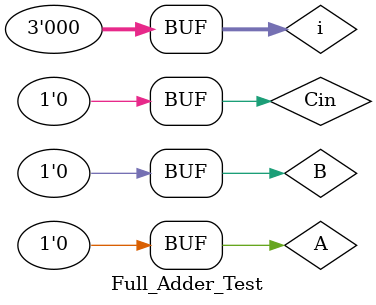
<source format=v>
`timescale 1ns / 1ps


module Full_Adder_Test;
reg A,B,Cin;
wire S,Cout;

reg[2:0] i=3'd0;

full_adder full_adder_testbenc( A,B,Cin,S,Cout);

initial 
begin 
A=0;
B=0;
Cin=0;
#120;

for (i=0;i<8;i=i+1) begin
   {A,B,Cin}={A,B,Cin}+1;
    #30;
    end
 end




endmodule

</source>
